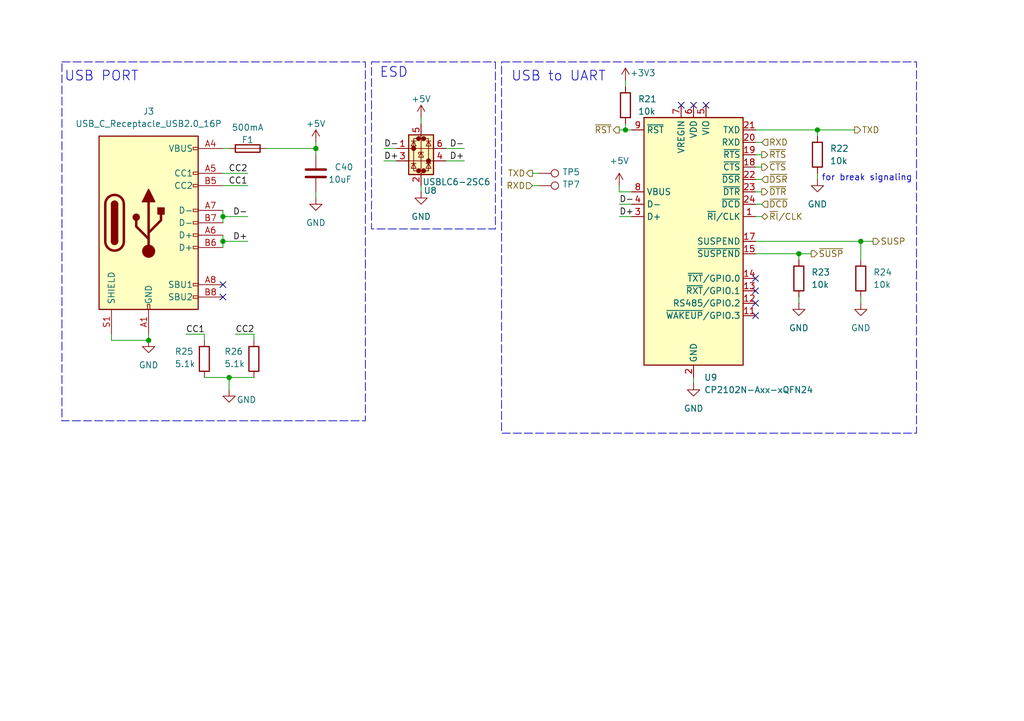
<source format=kicad_sch>
(kicad_sch (version 20250114) (generator "eeschema") (generator_version "9.0")
  (paper "A5")
  (title_block (title "USB"))
  (lib_symbols
    (symbol "Connector:TestPoint" (pin_numbers (hide yes)) (pin_names (offset 0.762) (hide yes))
      (property "Reference" "TP" (at 0 6.858 0))
      (property "Value" "TestPoint" (at 0 5.08 0))
      (symbol "TestPoint_0_1"
        (circle (center 0 3.302) (radius 0.762))
      )
      (symbol "TestPoint_1_1"
        (pin passive line (at 0 0 90) (length 2.54) (name "1") (number "1"))
      )
    )
    (symbol "Connector:USB_C_Receptacle_USB2.0_16P" (pin_names (offset 1.016))
      (property "Reference" "J" (at 0 22.225 0))
      (property "Value" "USB_C_Receptacle_USB2.0_16P" (at 0 19.685 0))
      (symbol "USB_C_Receptacle_USB2.0_16P_0_0"
        (rectangle (start -0.254 -17.78) (end 0.254 -16.764))
        (rectangle (start 10.16 15.494) (end 9.144 14.986))
        (rectangle (start 10.16 10.414) (end 9.144 9.906))
        (rectangle (start 10.16 7.874) (end 9.144 7.366))
        (rectangle (start 10.16 2.794) (end 9.144 2.286))
        (rectangle (start 10.16 0.254) (end 9.144 -0.254))
        (rectangle (start 10.16 -2.286) (end 9.144 -2.794))
        (rectangle (start 10.16 -4.826) (end 9.144 -5.334))
        (rectangle (start 10.16 -12.446) (end 9.144 -12.954))
        (rectangle (start 10.16 -14.986) (end 9.144 -15.494))
      )
      (symbol "USB_C_Receptacle_USB2.0_16P_0_1"
        (rectangle (start -10.16 17.78) (end 10.16 -17.78) (stroke (width 0.254)) (fill (type background)))
        (polyline (pts (xy -8.89 -3.81) (xy -8.89 3.81)) (stroke (width 0.508)))
        (rectangle (start -7.62 -3.81) (end -6.35 3.81) (stroke (width 0.254)) (fill (type outline)))
        (arc (start -7.62 3.81) (mid -6.985 4.4423) (end -6.35 3.81) (stroke (width 0.254)))
        (arc (start -7.62 3.81) (mid -6.985 4.4423) (end -6.35 3.81) (stroke (width 0.254)) (fill (type outline)))
        (arc (start -8.89 3.81) (mid -6.985 5.7067) (end -5.08 3.81) (stroke (width 0.508)))
        (arc (start -5.08 -3.81) (mid -6.985 -5.7067) (end -8.89 -3.81) (stroke (width 0.508)))
        (arc (start -6.35 -3.81) (mid -6.985 -4.4423) (end -7.62 -3.81) (stroke (width 0.254)))
        (arc (start -6.35 -3.81) (mid -6.985 -4.4423) (end -7.62 -3.81) (stroke (width 0.254)) (fill (type outline)))
        (polyline (pts (xy -5.08 3.81) (xy -5.08 -3.81)) (stroke (width 0.508)))
        (circle (center -2.54 1.143) (radius 0.635) (stroke (width 0.254)) (fill (type outline)))
        (polyline (pts (xy -1.27 4.318) (xy 0 6.858) (xy 1.27 4.318) (xy -1.27 4.318)) (stroke (width 0.254)) (fill (type outline)))
        (polyline (pts (xy 0 -2.032) (xy 2.54 0.508) (xy 2.54 1.778)) (stroke (width 0.508)))
        (polyline (pts (xy 0 -3.302) (xy -2.54 -0.762) (xy -2.54 0.508)) (stroke (width 0.508)))
        (polyline (pts (xy 0 -5.842) (xy 0 4.318)) (stroke (width 0.508)))
        (circle (center 0 -5.842) (radius 1.27) (fill (type outline)))
        (rectangle (start 1.905 1.778) (end 3.175 3.048) (stroke (width 0.254)) (fill (type outline)))
      )
      (symbol "USB_C_Receptacle_USB2.0_16P_1_1"
        (pin passive line (at -7.62 -22.86 90) (length 5.08) (name "SHIELD") (number "S1"))
        (pin passive line (at 0 -22.86 90) (length 5.08) (name "GND") (number "A1"))
        (pin passive line (at 0 -22.86 90) (length 5.08) (hide yes) (name "GND") (number "A12"))
        (pin passive line (at 0 -22.86 90) (length 5.08) (hide yes) (name "GND") (number "B1"))
        (pin passive line (at 0 -22.86 90) (length 5.08) (hide yes) (name "GND") (number "B12"))
        (pin passive line (at 15.24 15.24 180) (length 5.08) (name "VBUS") (number "A4"))
        (pin passive line (at 15.24 15.24 180) (length 5.08) (hide yes) (name "VBUS") (number "A9"))
        (pin passive line (at 15.24 15.24 180) (length 5.08) (hide yes) (name "VBUS") (number "B4"))
        (pin passive line (at 15.24 15.24 180) (length 5.08) (hide yes) (name "VBUS") (number "B9"))
        (pin bidirectional line (at 15.24 10.16 180) (length 5.08) (name "CC1") (number "A5"))
        (pin bidirectional line (at 15.24 7.62 180) (length 5.08) (name "CC2") (number "B5"))
        (pin bidirectional line (at 15.24 2.54 180) (length 5.08) (name "D-") (number "A7"))
        (pin bidirectional line (at 15.24 0 180) (length 5.08) (name "D-") (number "B7"))
        (pin bidirectional line (at 15.24 -2.54 180) (length 5.08) (name "D+") (number "A6"))
        (pin bidirectional line (at 15.24 -5.08 180) (length 5.08) (name "D+") (number "B6"))
        (pin bidirectional line (at 15.24 -12.7 180) (length 5.08) (name "SBU1") (number "A8"))
        (pin bidirectional line (at 15.24 -15.24 180) (length 5.08) (name "SBU2") (number "B8"))
      )
    )
    (symbol "Device:C" (pin_numbers (hide yes)) (pin_names (offset 0.254))
      (property "Reference" "C" (at 0.635 2.54 0))
      (property "Value" "C" (at 0.635 -2.54 0))
      (symbol "C_0_1"
        (polyline (pts (xy -2.032 0.762) (xy 2.032 0.762)) (stroke (width 0.508)))
        (polyline (pts (xy -2.032 -0.762) (xy 2.032 -0.762)) (stroke (width 0.508)))
      )
      (symbol "C_1_1"
        (pin passive line (at 0 3.81 270) (length 2.794) (name "~") (number "1"))
        (pin passive line (at 0 -3.81 90) (length 2.794) (name "~") (number "2"))
      )
    )
    (symbol "Device:Fuse" (pin_numbers (hide yes)) (pin_names (offset 0))
      (property "Reference" "F" (at 2.032 0 90))
      (property "Value" "Fuse" (at -1.905 0 90))
      (symbol "Fuse_0_1"
        (rectangle (start -0.762 -2.54) (end 0.762 2.54) (stroke (width 0.254)))
        (polyline (pts (xy 0 2.54) (xy 0 -2.54)))
      )
      (symbol "Fuse_1_1"
        (pin passive line (at 0 3.81 270) (length 1.27) (name "~") (number "1"))
        (pin passive line (at 0 -3.81 90) (length 1.27) (name "~") (number "2"))
      )
    )
    (symbol "Device:R" (pin_numbers (hide yes)) (pin_names (offset 0))
      (property "Reference" "R" (at 2.032 0 90))
      (property "Value" "R" (at 0 0 90))
      (symbol "R_0_1"
        (rectangle (start -1.016 -2.54) (end 1.016 2.54) (stroke (width 0.254)))
      )
      (symbol "R_1_1"
        (pin passive line (at 0 3.81 270) (length 1.27) (name "~") (number "1"))
        (pin passive line (at 0 -3.81 90) (length 1.27) (name "~") (number "2"))
      )
    )
    (symbol "Interface_USB:CP2102N-Axx-xQFN24"
      (property "Reference" "U" (at -8.89 26.67 0))
      (property "Value" "CP2102N-Axx-xQFN24" (at 13.97 26.67 0))
      (symbol "CP2102N-Axx-xQFN24_0_1"
        (rectangle (start -10.16 25.4) (end 10.16 -25.4) (stroke (width 0.254)) (fill (type background)))
      )
      (symbol "CP2102N-Axx-xQFN24_1_1"
        (pin input line (at -12.7 22.86 0) (length 2.54) (name "~{RST}") (number "9"))
        (pin input line (at -12.7 10.16 0) (length 2.54) (name "VBUS") (number "8"))
        (pin bidirectional line (at -12.7 7.62 0) (length 2.54) (name "D-") (number "4"))
        (pin bidirectional line (at -12.7 5.08 0) (length 2.54) (name "D+") (number "3"))
        (pin no_connect line (at -10.16 -22.86 0) (length 2.54) (hide yes) (name "NC") (number "10"))
        (pin power_in line (at -2.54 27.94 270) (length 2.54) (name "VREGIN") (number "7"))
        (pin power_in line (at 0 27.94 270) (length 2.54) (name "VDD") (number "6"))
        (pin power_in line (at 0 -27.94 90) (length 2.54) (name "GND") (number "2"))
        (pin passive line (at 0 -27.94 90) (length 2.54) (hide yes) (name "GND") (number "25"))
        (pin power_in line (at 2.54 27.94 270) (length 2.54) (name "VIO") (number "5"))
        (pin no_connect line (at 10.16 -22.86 180) (length 2.54) (hide yes) (name "NC") (number "16"))
        (pin output line (at 12.7 22.86 180) (length 2.54) (name "TXD") (number "21"))
        (pin input line (at 12.7 20.32 180) (length 2.54) (name "RXD") (number "20"))
        (pin output line (at 12.7 17.78 180) (length 2.54) (name "~{RTS}") (number "19"))
        (pin input line (at 12.7 15.24 180) (length 2.54) (name "~{CTS}") (number "18"))
        (pin input line (at 12.7 12.7 180) (length 2.54) (name "~{DSR}") (number "22"))
        (pin output line (at 12.7 10.16 180) (length 2.54) (name "~{DTR}") (number "23"))
        (pin input line (at 12.7 7.62 180) (length 2.54) (name "~{DCD}") (number "24"))
        (pin bidirectional line (at 12.7 5.08 180) (length 2.54) (name "~{RI}/CLK") (number "1"))
        (pin output line (at 12.7 0 180) (length 2.54) (name "SUSPEND") (number "17"))
        (pin output line (at 12.7 -2.54 180) (length 2.54) (name "~{SUSPEND}") (number "15"))
        (pin bidirectional line (at 12.7 -7.62 180) (length 2.54) (name "~{TXT}/GPIO.0") (number "14"))
        (pin bidirectional line (at 12.7 -10.16 180) (length 2.54) (name "~{RXT}/GPIO.1") (number "13"))
        (pin bidirectional line (at 12.7 -12.7 180) (length 2.54) (name "RS485/GPIO.2") (number "12"))
        (pin bidirectional line (at 12.7 -15.24 180) (length 2.54) (name "~{WAKEUP}/GPIO.3") (number "11"))
      )
    )
    (symbol "Power_Protection:USBLC6-2SC6" (pin_names (hide yes))
      (property "Reference" "U" (at 0.635 5.715 0))
      (property "Value" "USBLC6-2SC6" (at 0.635 3.81 0))
      (symbol "USBLC6-2SC6_0_0"
        (circle (center -1.524 0) (radius 0.0001) (stroke (width 0.508)))
        (circle (center -0.508 2.032) (radius 0.0001) (stroke (width 0.508)))
        (circle (center -0.508 -4.572) (radius 0.0001) (stroke (width 0.508)))
        (circle (center 0.508 2.032) (radius 0.0001) (stroke (width 0.508)))
        (circle (center 0.508 -4.572) (radius 0.0001) (stroke (width 0.508)))
        (circle (center 1.524 -2.54) (radius 0.0001) (stroke (width 0.508)))
      )
      (symbol "USBLC6-2SC6_0_1"
        (polyline (pts (xy -2.54 0) (xy 2.54 0)))
        (polyline (pts (xy -2.54 -2.54) (xy 2.54 -2.54)))
        (polyline (pts (xy -2.032 0.508) (xy -1.016 0.508) (xy -1.524 1.524) (xy -2.032 0.508)))
        (polyline (pts (xy -2.032 -3.048) (xy -1.016 -3.048)))
        (polyline (pts (xy -1.016 1.524) (xy -2.032 1.524)))
        (polyline (pts (xy -1.016 -4.064) (xy -2.032 -4.064) (xy -1.524 -3.048) (xy -1.016 -4.064)))
        (polyline (pts (xy -0.508 -1.143) (xy -0.508 -0.762) (xy 0.508 -0.762)))
        (polyline (pts (xy 0 2.54) (xy -0.508 2.032) (xy 0.508 2.032) (xy 0 1.524) (xy 0 -4.064) (xy -0.508 -4.572) (xy 0.508 -4.572) (xy 0 -5.08)))
        (polyline (pts (xy 0.508 -1.778) (xy -0.508 -1.778) (xy 0 -0.762) (xy 0.508 -1.778)))
        (polyline (pts (xy 1.016 1.524) (xy 2.032 1.524)))
        (polyline (pts (xy 1.016 -3.048) (xy 2.032 -3.048)))
        (polyline (pts (xy 2.032 0.508) (xy 1.016 0.508) (xy 1.524 1.524) (xy 2.032 0.508)))
        (polyline (pts (xy 2.032 -4.064) (xy 1.016 -4.064) (xy 1.524 -3.048) (xy 2.032 -4.064)))
      )
      (symbol "USBLC6-2SC6_1_1"
        (rectangle (start -2.54 2.794) (end 2.54 -5.334) (stroke (width 0.254)) (fill (type background)))
        (polyline (pts (xy -0.508 2.032) (xy -1.524 2.032) (xy -1.524 -4.572) (xy -0.508 -4.572)))
        (polyline (pts (xy 0.508 -4.572) (xy 1.524 -4.572) (xy 1.524 2.032) (xy 0.508 2.032)))
        (pin passive line (at -5.08 0 0) (length 2.54) (name "I/O1") (number "1"))
        (pin passive line (at -5.08 -2.54 0) (length 2.54) (name "I/O2") (number "3"))
        (pin passive line (at 0 5.08 270) (length 2.54) (name "VBUS") (number "5"))
        (pin passive line (at 0 -7.62 90) (length 2.54) (name "GND") (number "2"))
        (pin passive line (at 5.08 0 180) (length 2.54) (name "I/O1") (number "6"))
        (pin passive line (at 5.08 -2.54 180) (length 2.54) (name "I/O2") (number "4"))
      )
    )
    (symbol "power:+3V3" (power) (pin_numbers (hide yes)) (pin_names (offset 0) (hide yes))
      (property "Value" "+3V3" (at 0 3.556 0))
      (symbol "+3V3_0_1"
        (polyline (pts (xy -0.762 1.27) (xy 0 2.54)))
        (polyline (pts (xy 0 2.54) (xy 0.762 1.27)))
        (polyline (pts (xy 0 0) (xy 0 2.54)))
      )
      (symbol "+3V3_1_1"
        (pin power_in line (at 0 0 90) (length 0) (name "~") (number "1"))
      )
    )
    (symbol "power:+5V" (power) (pin_numbers (hide yes)) (pin_names (offset 0) (hide yes))
      (property "Value" "+5V" (at 0 3.556 0))
      (symbol "+5V_0_1"
        (polyline (pts (xy -0.762 1.27) (xy 0 2.54)))
        (polyline (pts (xy 0 2.54) (xy 0.762 1.27)))
        (polyline (pts (xy 0 0) (xy 0 2.54)))
      )
      (symbol "+5V_1_1"
        (pin power_in line (at 0 0 90) (length 0) (name "~") (number "1"))
      )
    )
    (symbol "power:GND" (power) (pin_numbers (hide yes)) (pin_names (offset 0) (hide yes))
      (property "Value" "GND" (at 0 -3.81 0))
      (symbol "GND_0_1"
        (polyline (pts (xy 0 0) (xy 0 -1.27) (xy 1.27 -1.27) (xy 0 -2.54) (xy -1.27 -1.27) (xy 0 -1.27)))
      )
      (symbol "GND_1_1"
        (pin power_in line (at 0 0 270) (length 0) (name "~") (number "1"))
      )
    )
  )
  (rectangle (start 12.7 12.7) (end 74.93 86.36) (stroke (width 0) (type dash)))
  (rectangle (start 102.87 12.7) (end 187.96 88.9) (stroke (width 0) (type dash)))
  (rectangle (start 76.2 12.7) (end 101.6 46.99) (stroke (width 0) (type dash)))
  (text "USB PORT" (at 20.828 15.748 0) (effects (font (size 2 2))))
  (text "ESD" (at 80.772 14.986 0) (effects (font (size 2 2))))
  (text "for break signaling\n" (at 177.8 36.576 0) (effects (font (size 1.27 1.27))))
  (text "USB to UART" (at 114.554 15.748 0) (effects (font (size 2 2))))
  (junction (at 128.27 26.67))
  (junction (at 30.48 69.85))
  (junction (at 45.72 44.45))
  (junction (at 64.77 30.48))
  (junction (at 176.53 49.53))
  (junction (at 45.72 49.53))
  (junction (at 163.83 52.07))
  (junction (at 167.64 26.67))
  (junction (at 46.99 77.47))
  (no_connect (at 139.7 21.59))
  (no_connect (at 154.94 64.77))
  (no_connect (at 154.94 59.69))
  (no_connect (at 144.78 21.59))
  (no_connect (at 142.24 21.59))
  (no_connect (at 45.72 58.42))
  (no_connect (at 45.72 60.96))
  (no_connect (at 154.94 57.15))
  (no_connect (at 154.94 62.23))
  (wire (pts (xy 156.21 44.45) (xy 154.94 44.45)))
  (wire (pts (xy 128.27 26.67) (xy 127 26.67)))
  (wire (pts (xy 163.83 52.07) (xy 163.83 53.34)))
  (wire (pts (xy 176.53 49.53) (xy 176.53 53.34)))
  (wire (pts (xy 109.22 38.1) (xy 110.49 38.1)))
  (wire (pts (xy 78.74 33.02) (xy 81.28 33.02)))
  (wire (pts (xy 50.8 35.56) (xy 45.72 35.56)))
  (wire (pts (xy 48.26 68.58) (xy 52.07 68.58)))
  (wire (pts (xy 156.21 36.83) (xy 154.94 36.83)))
  (wire (pts (xy 127 39.37) (xy 129.54 39.37)))
  (wire (pts (xy 30.48 69.85) (xy 30.48 68.58)))
  (wire (pts (xy 109.22 35.56) (xy 110.49 35.56)))
  (wire (pts (xy 156.21 41.91) (xy 154.94 41.91)))
  (wire (pts (xy 64.77 29.21) (xy 64.77 30.48)))
  (wire (pts (xy 45.72 43.18) (xy 45.72 44.45)))
  (wire (pts (xy 86.36 39.37) (xy 86.36 38.1)))
  (wire (pts (xy 175.26 26.67) (xy 167.64 26.67)))
  (wire (pts (xy 78.74 30.48) (xy 81.28 30.48)))
  (wire (pts (xy 167.64 27.94) (xy 167.64 26.67)))
  (wire (pts (xy 156.21 29.21) (xy 154.94 29.21)))
  (wire (pts (xy 52.07 68.58) (xy 52.07 69.85)))
  (wire (pts (xy 50.8 49.53) (xy 45.72 49.53)))
  (wire (pts (xy 167.64 36.83) (xy 167.64 35.56)))
  (wire (pts (xy 154.94 49.53) (xy 176.53 49.53)))
  (wire (pts (xy 46.99 77.47) (xy 52.07 77.47)))
  (wire (pts (xy 127 44.45) (xy 129.54 44.45)))
  (wire (pts (xy 95.25 30.48) (xy 91.44 30.48)))
  (wire (pts (xy 163.83 52.07) (xy 166.37 52.07)))
  (wire (pts (xy 154.94 52.07) (xy 163.83 52.07)))
  (wire (pts (xy 41.91 68.58) (xy 41.91 69.85)))
  (wire (pts (xy 156.21 31.75) (xy 154.94 31.75)))
  (wire (pts (xy 22.86 69.85) (xy 22.86 68.58)))
  (wire (pts (xy 46.99 77.47) (xy 46.99 80.01)))
  (wire (pts (xy 41.91 77.47) (xy 46.99 77.47)))
  (wire (pts (xy 127 38.1) (xy 127 39.37)))
  (wire (pts (xy 167.64 26.67) (xy 154.94 26.67)))
  (wire (pts (xy 156.21 39.37) (xy 154.94 39.37)))
  (wire (pts (xy 86.36 24.13) (xy 86.36 25.4)))
  (wire (pts (xy 127 41.91) (xy 129.54 41.91)))
  (wire (pts (xy 163.83 62.23) (xy 163.83 60.96)))
  (wire (pts (xy 142.24 78.74) (xy 142.24 77.47)))
  (wire (pts (xy 45.72 49.53) (xy 45.72 48.26)))
  (wire (pts (xy 45.72 44.45) (xy 45.72 45.72)))
  (wire (pts (xy 54.61 30.48) (xy 64.77 30.48)))
  (wire (pts (xy 45.72 49.53) (xy 45.72 50.8)))
  (wire (pts (xy 156.21 34.29) (xy 154.94 34.29)))
  (wire (pts (xy 128.27 25.4) (xy 128.27 26.67)))
  (wire (pts (xy 128.27 26.67) (xy 129.54 26.67)))
  (wire (pts (xy 45.72 44.45) (xy 50.8 44.45)))
  (wire (pts (xy 179.07 49.53) (xy 176.53 49.53)))
  (wire (pts (xy 22.86 69.85) (xy 30.48 69.85)))
  (wire (pts (xy 38.1 68.58) (xy 41.91 68.58)))
  (wire (pts (xy 50.8 38.1) (xy 45.72 38.1)))
  (wire (pts (xy 64.77 31.75) (xy 64.77 30.48)))
  (wire (pts (xy 46.99 30.48) (xy 45.72 30.48)))
  (wire (pts (xy 128.27 16.51) (xy 128.27 17.78)))
  (wire (pts (xy 176.53 62.23) (xy 176.53 60.96)))
  (wire (pts (xy 64.77 40.64) (xy 64.77 39.37)))
  (wire (pts (xy 95.25 33.02) (xy 91.44 33.02)))
  (label "D+" (at 50.8 49.53 180))
  (label "D+" (at 95.25 33.02 180))
  (label "CC1" (at 50.8 38.1 180))
  (label "D-" (at 50.8 44.45 180))
  (label "CC1" (at 38.1 68.58 0))
  (label "D-" (at 95.25 30.48 180))
  (label "CC2" (at 50.8 35.56 180))
  (label "CC2" (at 48.26 68.58 0))
  (label "D-" (at 78.74 30.48 0))
  (label "D-" (at 127 41.91 0))
  (label "D+" (at 78.74 33.02 0))
  (label "D+" (at 127 44.45 0))
  (hierarchical_label "~{RI}{slash}CLK" (shape bidirectional) (at 156.21 44.45 0))
  (hierarchical_label "~{RST}" (shape output) (at 127 26.67 180))
  (hierarchical_label "~{SUSP}" (shape output) (at 166.37 52.07 0))
  (hierarchical_label "~{DSR}" (shape input) (at 156.21 36.83 0))
  (hierarchical_label "~{DCD}" (shape input) (at 156.21 41.91 0))
  (hierarchical_label "~{CTS}" (shape output) (at 156.21 34.29 0))
  (hierarchical_label "~{RTS}" (shape output) (at 156.21 31.75 0))
  (hierarchical_label "TXD" (shape output) (at 175.26 26.67 0))
  (hierarchical_label "~{DTR}" (shape output) (at 156.21 39.37 0))
  (hierarchical_label "SUSP" (shape output) (at 179.07 49.53 0))
  (hierarchical_label "RXD" (shape input) (at 109.22 38.1 180))
  (hierarchical_label "RXD" (shape input) (at 156.21 29.21 0))
  (hierarchical_label "TXD" (shape output) (at 109.22 35.56 180))
  (symbol (lib_id "Device:R") (at 52.07 73.66 0) (unit 1)
    (property "Reference" "R26" (at 45.974 72.136 0) (effects (justify left)))
    (property "Value" "5.1k" (at 45.974 74.676 0) (effects (justify left)))
    (property "Footprint" "Resistor_SMD:R_0402_1005Metric" (effects (hide yes)))
    (property "Description" "Resistor" (effects (hide yes)))
    (property "LCSC" "C25905" (effects (hide yes)))
  )
  (symbol (lib_id "power:+3V3") (at 128.27 16.51 0) (unit 1)
    (property "Reference" "#PWR057" (effects (hide yes)))
    (property "Value" "+3V3" (at 131.826 14.986 0))
    (property "Description" "Power symbol creates a global label with name \"+3V3\"" (effects (hide yes)))
  )
  (symbol (lib_id "power:+5V") (at 127 38.1 0) (unit 1)
    (property "Reference" "#PWR060" (effects (hide yes)))
    (property "Value" "+5V" (at 127 33.02 0))
    (property "Description" "Power symbol creates a global label with name \"+5V\"" (effects (hide yes)))
  )
  (symbol (lib_id "Device:R") (at 128.27 21.59 0) (unit 1)
    (property "Reference" "R21" (at 130.81 20.3199 0) (effects (justify left)))
    (property "Value" "10k" (at 130.81 22.8599 0) (effects (justify left)))
    (property "Footprint" "Resistor_SMD:R_0402_1005Metric" (effects (hide yes)))
    (property "Description" "Resistor" (effects (hide yes)))
  )
  (symbol (lib_id "Device:R") (at 41.91 73.66 0) (unit 1)
    (property "Reference" "R25" (at 35.814 72.136 0) (effects (justify left)))
    (property "Value" "5.1k" (at 35.814 74.676 0) (effects (justify left)))
    (property "Footprint" "Resistor_SMD:R_0402_1005Metric" (effects (hide yes)))
    (property "Description" "Resistor" (effects (hide yes)))
    (property "LCSC" "C25905" (effects (hide yes)))
  )
  (symbol (lib_id "Device:R") (at 167.64 31.75 180) (unit 1)
    (property "Reference" "R22" (at 170.18 30.4799 0) (effects (justify right)))
    (property "Value" "10k" (at 170.18 33.0199 0) (effects (justify right)))
    (property "Footprint" "Resistor_SMD:R_0402_1005Metric" (effects (hide yes)))
    (property "Description" "Resistor" (effects (hide yes)))
  )
  (symbol (lib_id "power:GND") (at 64.77 40.64 0) (unit 1)
    (property "Reference" "#PWR062" (effects (hide yes)))
    (property "Value" "GND" (at 64.77 45.72 0))
    (property "Description" "Power symbol creates a global label with name \"GND\" , ground" (effects (hide yes)))
  )
  (symbol (lib_id "power:GND") (at 167.64 36.83 0) (unit 1)
    (property "Reference" "#PWR059" (effects (hide yes)))
    (property "Value" "GND" (at 167.64 41.91 0))
    (property "Description" "Power symbol creates a global label with name \"GND\" , ground" (effects (hide yes)))
  )
  (symbol (lib_id "Device:R") (at 163.83 57.15 180) (unit 1)
    (property "Reference" "R23" (at 166.37 55.8799 0) (effects (justify right)))
    (property "Value" "10k" (at 166.37 58.4199 0) (effects (justify right)))
    (property "Footprint" "Resistor_SMD:R_0402_1005Metric" (effects (hide yes)))
    (property "Description" "Resistor" (effects (hide yes)))
  )
  (symbol (lib_id "power:GND") (at 46.99 80.01 0) (unit 1)
    (property "Reference" "#PWR067" (effects (hide yes)))
    (property "Value" "GND" (at 50.546 82.042 0))
    (property "Description" "Power symbol creates a global label with name \"GND\" , ground" (effects (hide yes)))
  )
  (symbol (lib_id "power:GND") (at 163.83 62.23 0) (unit 1)
    (property "Reference" "#PWR063" (effects (hide yes)))
    (property "Value" "GND" (at 163.83 67.31 0))
    (property "Description" "Power symbol creates a global label with name \"GND\" , ground" (effects (hide yes)))
  )
  (symbol (lib_id "Device:Fuse") (at 50.8 30.48 270) (unit 1)
    (property "Reference" "F1" (at 50.8 28.702 90))
    (property "Value" "500mA" (at 50.8 26.162 90))
    (property "Footprint" "Fuse:Fuse_0603_1608Metric" (effects (hide yes)))
    (property "Description" "Fuse" (effects (hide yes)))
    (property "LCSC" "C210357" (effects (hide yes)))
  )
  (symbol (lib_id "power:GND") (at 86.36 39.37 0) (unit 1)
    (property "Reference" "#PWR061" (effects (hide yes)))
    (property "Value" "GND" (at 86.36 44.45 0))
    (property "Description" "Power symbol creates a global label with name \"GND\" , ground" (effects (hide yes)))
  )
  (symbol (lib_id "Device:C") (at 64.77 35.56 0) (unit 1)
    (property "Reference" "C40" (at 68.58 34.2899 0) (effects (justify left)))
    (property "Value" "10uF" (at 67.31 36.83 0) (effects (justify left)))
    (property "Footprint" "Capacitor_SMD:C_0402_1005Metric" (effects (hide yes)))
    (property "Description" "Unpolarized capacitor" (effects (hide yes)))
  )
  (symbol (lib_id "Connector:TestPoint") (at 110.49 38.1 270) (unit 1)
    (property "Reference" "TP7" (at 115.316 37.846 90) (effects (justify left)))
    (property "Value" "TestPoint" (effects (hide yes)))
    (property "Footprint" "TestPoint:TestPoint_Pad_D1.0mm" (effects (hide yes)))
    (property "Description" "test point" (effects (hide yes)))
  )
  (symbol (lib_id "Interface_USB:CP2102N-Axx-xQFN24") (at 142.24 49.53 0) (unit 1)
    (property "Reference" "U9" (at 144.3833 77.47 0) (effects (justify left)))
    (property "Value" "CP2102N-Axx-xQFN24" (at 144.3833 80.01 0) (effects (justify left)))
    (property "Footprint" "Package_DFN_QFN:QFN-24-1EP_4x4mm_P0.5mm_EP2.6x2.6mm" (effects (hide yes)))
    (property "Datasheet" "https://www.silabs.com/documents/public/data-sheets/cp2102n-datasheet.pdf" (effects (hide yes)))
    (property "Description" "USB to UART master bridge, QFN-24" (effects (hide yes)))
  )
  (symbol (lib_id "power:+5V") (at 86.36 24.13 0) (unit 1)
    (property "Reference" "#PWR056" (effects (hide yes)))
    (property "Value" "+5V" (at 86.36 20.32 0))
    (property "Description" "Power symbol creates a global label with name \"+5V\"" (effects (hide yes)))
  )
  (symbol (lib_id "Power_Protection:USBLC6-2SC6") (at 86.36 30.48 0) (unit 1)
    (property "Reference" "U8" (at 86.868 39.116 0) (effects (justify left)))
    (property "Value" "USBLC6-2SC6" (at 86.614 37.338 0) (effects (justify left)))
    (property "Footprint" "Package_TO_SOT_SMD:SOT-23-6" (effects (hide yes)))
    (property "Datasheet" "https://www.st.com/resource/en/datasheet/usblc6-2.pdf" (effects (hide yes)))
    (property "Description" "Very low capacitance ESD protection diode, 2 data-line, SOT-23-6" (effects (hide yes)))
    (property "LCSC" "C7519" (effects (hide yes)))
  )
  (symbol (lib_id "power:GND") (at 142.24 78.74 0) (unit 1)
    (property "Reference" "#PWR066" (effects (hide yes)))
    (property "Value" "GND" (at 142.24 83.82 0))
    (property "Description" "Power symbol creates a global label with name \"GND\" , ground" (effects (hide yes)))
  )
  (symbol (lib_id "power:GND") (at 176.53 62.23 0) (unit 1)
    (property "Reference" "#PWR064" (effects (hide yes)))
    (property "Value" "GND" (at 176.53 67.31 0))
    (property "Description" "Power symbol creates a global label with name \"GND\" , ground" (effects (hide yes)))
  )
  (symbol (lib_id "Connector:USB_C_Receptacle_USB2.0_16P") (at 30.48 45.72 0) (unit 1)
    (property "Reference" "J3" (at 30.48 22.86 0))
    (property "Value" "USB_C_Receptacle_USB2.0_16P" (at 30.48 25.4 0))
    (property "Footprint" "Connector_USB:USB_C_Receptacle_GCT_USB4105-xx-A_16P_TopMnt_Horizontal" (effects (hide yes)))
    (property "Datasheet" "https://www.usb.org/sites/default/files/documents/usb_type-c.zip" (effects (hide yes)))
    (property "Description" "USB 2.0-only 16P Type-C Receptacle connector" (effects (hide yes)))
  )
  (symbol (lib_id "power:GND") (at 30.48 69.85 0) (unit 1)
    (property "Reference" "#PWR065" (effects (hide yes)))
    (property "Value" "GND" (at 30.48 74.93 0))
    (property "Description" "Power symbol creates a global label with name \"GND\" , ground" (effects (hide yes)))
  )
  (symbol (lib_id "Device:R") (at 176.53 57.15 180) (unit 1)
    (property "Reference" "R24" (at 179.07 55.8799 0) (effects (justify right)))
    (property "Value" "10k" (at 179.07 58.4199 0) (effects (justify right)))
    (property "Footprint" "Resistor_SMD:R_0402_1005Metric" (effects (hide yes)))
    (property "Description" "Resistor" (effects (hide yes)))
  )
  (symbol (lib_id "Connector:TestPoint") (at 110.49 35.56 270) (unit 1)
    (property "Reference" "TP5" (at 115.316 35.306 90) (effects (justify left)))
    (property "Value" "TestPoint" (effects (hide yes)))
    (property "Footprint" "TestPoint:TestPoint_Pad_D1.0mm" (effects (hide yes)))
    (property "Description" "test point" (effects (hide yes)))
  )
  (symbol (lib_id "power:+5V") (at 64.77 29.21 0) (unit 1)
    (property "Reference" "#PWR058" (effects (hide yes)))
    (property "Value" "+5V" (at 64.77 25.4 0))
    (property "Description" "Power symbol creates a global label with name \"+5V\"" (effects (hide yes)))
  )
)
</source>
